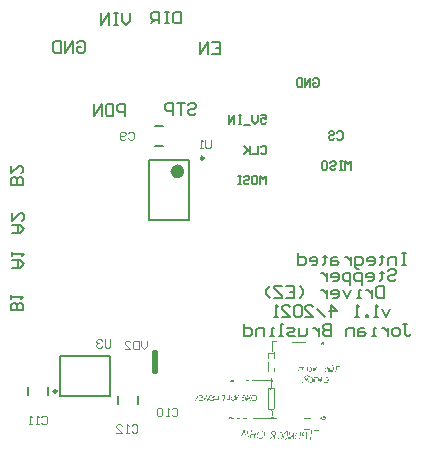
<source format=gbo>
G04 Layer_Color=13813960*
%FSLAX24Y24*%
%MOIN*%
G70*
G01*
G75*
%ADD18C,0.0100*%
%ADD20C,0.0098*%
%ADD39C,0.0079*%
%ADD40C,0.0039*%
%ADD43C,0.0059*%
%ADD66C,0.0236*%
G36*
X19214Y11544D02*
Y11539D01*
X19208Y11528D01*
Y11517D01*
Y11506D01*
Y11489D01*
Y11484D01*
Y11473D01*
Y11462D01*
Y11457D01*
Y11451D01*
Y11446D01*
Y11429D01*
Y11424D01*
Y11418D01*
Y11407D01*
X19214Y11402D01*
Y11407D01*
X19225Y11413D01*
X19230Y11418D01*
Y11429D01*
X19236Y11440D01*
X19252Y11462D01*
Y11468D01*
X19257Y11473D01*
Y11479D01*
X19263Y11489D01*
Y11495D01*
X19268Y11506D01*
Y11511D01*
X19279Y11528D01*
X19285Y11533D01*
Y11528D01*
X19290Y11522D01*
Y11517D01*
Y11506D01*
X19285Y11500D01*
X19279Y11489D01*
X19268Y11457D01*
X19263Y11451D01*
X19252Y11424D01*
Y11418D01*
X19247Y11413D01*
X19241Y11402D01*
X19236Y11397D01*
X19230D01*
X19225Y11391D01*
X19219Y11380D01*
X19214Y11375D01*
X19208Y11369D01*
X19203Y11375D01*
Y11380D01*
X19197Y11391D01*
X19192Y11413D01*
Y11451D01*
Y11457D01*
Y11462D01*
Y11489D01*
Y11517D01*
X19197Y11539D01*
Y11544D01*
X19203Y11550D01*
X19208D01*
X19214Y11544D01*
D02*
G37*
G36*
X20526Y11539D02*
X20553D01*
X20559Y11533D01*
X20570Y11522D01*
X20575Y11511D01*
Y11506D01*
X20586Y11484D01*
Y11473D01*
X20592Y11457D01*
Y11435D01*
Y11429D01*
X20586Y11418D01*
X20575Y11380D01*
X20564Y11369D01*
X20548Y11364D01*
X20526Y11358D01*
X20482D01*
X20466Y11364D01*
X20460Y11369D01*
X20455D01*
X20450Y11375D01*
Y11380D01*
X20455Y11386D01*
X20460D01*
X20477Y11380D01*
X20482D01*
X20493Y11375D01*
X20532D01*
X20537Y11380D01*
X20542D01*
X20553Y11386D01*
X20559Y11391D01*
X20564Y11402D01*
Y11413D01*
X20570Y11418D01*
X20575Y11440D01*
Y11446D01*
Y11451D01*
Y11462D01*
X20570Y11468D01*
X20564Y11473D01*
Y11484D01*
Y11489D01*
X20559Y11500D01*
X20548Y11511D01*
X20526Y11517D01*
X20521D01*
X20510Y11522D01*
X20499Y11528D01*
Y11533D01*
Y11539D01*
X20504Y11544D01*
X20521D01*
X20526Y11539D01*
D02*
G37*
G36*
X20920Y11544D02*
X20936Y11533D01*
X20942D01*
X20947Y11528D01*
X20953Y11517D01*
X20958Y11506D01*
X20969Y11495D01*
Y11489D01*
X20974Y11479D01*
Y11457D01*
X20969Y11424D01*
Y11418D01*
X20964Y11397D01*
X20953Y11380D01*
X20942Y11369D01*
X20936D01*
X20931Y11364D01*
X20909Y11353D01*
X20903D01*
X20892Y11347D01*
X20871D01*
X20849Y11353D01*
X20843Y11358D01*
X20827D01*
X20816Y11364D01*
X20810Y11369D01*
X20799D01*
X20794Y11380D01*
X20789Y11397D01*
X20783Y11402D01*
X20778Y11418D01*
X20772Y11440D01*
X20778Y11468D01*
X20783Y11473D01*
X20789Y11484D01*
Y11495D01*
X20794Y11500D01*
X20805Y11517D01*
Y11522D01*
X20816Y11533D01*
X20827Y11539D01*
X20838Y11544D01*
X20854Y11550D01*
X20903D01*
X20920Y11544D01*
D02*
G37*
G36*
X18995Y11506D02*
X19001D01*
X19006Y11500D01*
X19011Y11489D01*
Y11484D01*
X19001Y11473D01*
X18940Y11397D01*
X18935Y11386D01*
X18929Y11369D01*
X18935Y11364D01*
X18940Y11358D01*
X18968D01*
X18990Y11364D01*
X19011D01*
Y11358D01*
X19006Y11353D01*
X18995Y11347D01*
X18984D01*
X18951Y11342D01*
X18940D01*
X18918Y11353D01*
X18913Y11364D01*
Y11380D01*
X18924Y11402D01*
X18946Y11435D01*
X18968Y11462D01*
X18973Y11468D01*
X18979Y11479D01*
Y11484D01*
X18973Y11489D01*
X18968D01*
X18962Y11495D01*
X18957Y11500D01*
X18962Y11506D01*
X18968Y11511D01*
X18979D01*
X18995Y11506D01*
D02*
G37*
G36*
X20663Y11539D02*
Y11533D01*
X20657Y11528D01*
X20652Y11506D01*
Y11495D01*
X20646Y11484D01*
X20641Y11479D01*
Y11468D01*
Y11451D01*
Y11446D01*
Y11435D01*
Y11424D01*
X20635Y11413D01*
X20630Y11407D01*
Y11402D01*
X20635Y11391D01*
X20641Y11386D01*
X20646Y11391D01*
X20652Y11397D01*
Y11402D01*
X20657Y11413D01*
X20674Y11429D01*
X20696Y11462D01*
X20701Y11468D01*
X20707Y11473D01*
X20717Y11484D01*
X20723Y11489D01*
X20728Y11495D01*
X20739Y11511D01*
X20745Y11517D01*
X20750Y11528D01*
X20761D01*
Y11517D01*
X20756Y11506D01*
X20750Y11500D01*
Y11473D01*
Y11462D01*
X20745Y11446D01*
Y11435D01*
Y11424D01*
Y11407D01*
Y11402D01*
X20750Y11397D01*
X20767Y11375D01*
X20772Y11369D01*
Y11364D01*
X20767Y11353D01*
X20761D01*
X20756Y11347D01*
X20750Y11353D01*
X20739Y11358D01*
Y11364D01*
X20734Y11369D01*
X20728Y11386D01*
Y11407D01*
Y11413D01*
Y11424D01*
X20723Y11440D01*
X20712D01*
X20701Y11429D01*
X20679Y11407D01*
X20663Y11386D01*
X20641Y11364D01*
X20635Y11358D01*
X20630Y11353D01*
X20624Y11347D01*
X20619D01*
X20614Y11353D01*
X20608Y11369D01*
Y11375D01*
Y11380D01*
Y11397D01*
Y11407D01*
Y11429D01*
Y11435D01*
Y11440D01*
X20614Y11451D01*
X20619Y11457D01*
Y11468D01*
X20624Y11489D01*
Y11495D01*
X20630Y11517D01*
X20635Y11533D01*
X20641Y11544D01*
X20663D01*
Y11539D01*
D02*
G37*
G36*
X18601Y11402D02*
Y11391D01*
X18590D01*
X18585Y11397D01*
Y11402D01*
Y11407D01*
X18601Y11402D01*
D02*
G37*
G36*
X20526Y11462D02*
X20537D01*
X20548Y11457D01*
X20553Y11446D01*
X20548Y11440D01*
X20537Y11429D01*
X20521D01*
X20515Y11435D01*
X20510Y11440D01*
X20493Y11446D01*
X20488D01*
X20482Y11457D01*
Y11462D01*
X20488Y11468D01*
X20510D01*
X20526Y11462D01*
D02*
G37*
G36*
X19148Y11522D02*
X19154Y11517D01*
X19159Y11506D01*
X19165Y11495D01*
Y11489D01*
X19170Y11484D01*
X19175Y11468D01*
X19181Y11446D01*
Y11440D01*
Y11429D01*
X19175Y11391D01*
X19170Y11375D01*
X19165Y11369D01*
X19154Y11364D01*
X19143Y11358D01*
X19132Y11353D01*
X19126D01*
X19115Y11347D01*
X19077D01*
X19066Y11353D01*
X19050Y11358D01*
X19044Y11364D01*
X19039Y11369D01*
Y11375D01*
Y11380D01*
X19044Y11375D01*
X19050D01*
X19066Y11369D01*
X19077D01*
X19099Y11364D01*
X19115D01*
X19121Y11369D01*
X19132D01*
X19137Y11375D01*
X19148Y11386D01*
X19159Y11407D01*
X19170Y11424D01*
X19159Y11435D01*
X19154Y11440D01*
X19148Y11446D01*
X19099Y11457D01*
X19093D01*
X19088Y11462D01*
X19083Y11468D01*
Y11473D01*
X19088Y11479D01*
X19099D01*
X19104Y11473D01*
X19132Y11468D01*
X19148D01*
X19154Y11473D01*
X19148Y11479D01*
X19143Y11489D01*
X19137Y11495D01*
X19132Y11506D01*
X19126Y11511D01*
X19028D01*
Y11517D01*
X19033Y11522D01*
X19050Y11528D01*
X19083Y11533D01*
X19132D01*
X19148Y11522D01*
D02*
G37*
G36*
X20367Y11550D02*
X20373Y11544D01*
X20367Y11539D01*
X20362Y11522D01*
X20357Y11517D01*
X20351Y11511D01*
X20346Y11500D01*
X20340Y11495D01*
X20335Y11484D01*
X20329Y11479D01*
Y11468D01*
Y11462D01*
X20324Y11457D01*
X20318D01*
Y11446D01*
Y11440D01*
X20313Y11429D01*
X20307Y11424D01*
Y11418D01*
X20285Y11380D01*
X20275Y11364D01*
X20269D01*
X20264Y11358D01*
X20258Y11364D01*
X20253Y11369D01*
Y11375D01*
X20247Y11391D01*
X20242Y11407D01*
Y11413D01*
X20236Y11424D01*
X20231Y11413D01*
Y11402D01*
Y11391D01*
X20225Y11380D01*
X20214Y11369D01*
X20209Y11364D01*
X20193Y11353D01*
X20171D01*
X20165Y11358D01*
X20149D01*
X20138Y11364D01*
X20132Y11369D01*
X20127D01*
X20116Y11375D01*
X20110Y11380D01*
X20105Y11391D01*
Y11397D01*
X20100Y11402D01*
X20094Y11413D01*
Y11429D01*
X20100Y11457D01*
X20105Y11462D01*
X20110Y11484D01*
X20127Y11500D01*
X20149Y11522D01*
X20154Y11528D01*
X20165Y11533D01*
X20176D01*
X20198Y11522D01*
X20203Y11517D01*
X20214Y11511D01*
X20225Y11495D01*
X20231Y11479D01*
Y11473D01*
X20236Y11468D01*
X20242Y11473D01*
Y11479D01*
Y11484D01*
Y11506D01*
Y11511D01*
X20236Y11517D01*
Y11522D01*
Y11528D01*
Y11544D01*
Y11550D01*
X20247Y11555D01*
X20253D01*
Y11517D01*
Y11511D01*
Y11506D01*
X20258Y11479D01*
X20264Y11435D01*
Y11429D01*
X20269Y11413D01*
Y11402D01*
X20275D01*
Y11407D01*
X20291Y11446D01*
Y11451D01*
X20296D01*
X20302Y11457D01*
X20307Y11468D01*
Y11473D01*
X20313Y11479D01*
Y11484D01*
X20318Y11489D01*
X20329Y11517D01*
Y11522D01*
X20335Y11528D01*
X20346Y11550D01*
X20351Y11555D01*
X20357D01*
X20367Y11550D01*
D02*
G37*
G36*
X19711Y11539D02*
Y11522D01*
Y11517D01*
X19706Y11506D01*
X19700Y11495D01*
Y11479D01*
Y11446D01*
Y11435D01*
Y11418D01*
Y11397D01*
X19695Y11386D01*
X19689Y11369D01*
X19684Y11364D01*
X19673D01*
X19657Y11369D01*
X19651D01*
X19640Y11375D01*
X19624Y11380D01*
X19597D01*
X19586Y11386D01*
X19569D01*
X19558Y11391D01*
X19553D01*
X19542Y11397D01*
X19531Y11391D01*
X19525Y11380D01*
Y11369D01*
X19514Y11358D01*
X19432D01*
X19422Y11364D01*
X19416Y11369D01*
X19411D01*
X19405Y11364D01*
Y11358D01*
X19400Y11353D01*
X19394D01*
Y11364D01*
Y11369D01*
Y11380D01*
X19389Y11391D01*
X19383D01*
X19378Y11386D01*
X19367D01*
X19361Y11391D01*
X19350D01*
X19345Y11386D01*
X19340Y11380D01*
X19329Y11369D01*
X19323Y11364D01*
Y11358D01*
X19318Y11353D01*
Y11342D01*
X19312Y11336D01*
X19307D01*
X19301Y11342D01*
Y11353D01*
X19307Y11364D01*
Y11369D01*
X19312Y11380D01*
Y11397D01*
X19307Y11407D01*
X19301Y11413D01*
X19307Y11418D01*
X19329D01*
X19334Y11424D01*
X19340Y11435D01*
X19345Y11446D01*
Y11451D01*
X19356Y11468D01*
X19361Y11484D01*
X19367Y11495D01*
Y11500D01*
Y11511D01*
X19378Y11522D01*
X19389Y11528D01*
X19394D01*
X19400Y11522D01*
Y11511D01*
X19394Y11506D01*
Y11484D01*
Y11479D01*
Y11468D01*
Y11462D01*
X19400Y11446D01*
X19405Y11380D01*
X19432D01*
X19460Y11375D01*
X19498D01*
X19504Y11380D01*
X19509Y11386D01*
Y11391D01*
X19514Y11397D01*
X19520Y11424D01*
Y11429D01*
X19514Y11435D01*
Y11440D01*
X19509Y11446D01*
X19493D01*
X19487Y11451D01*
X19476Y11457D01*
X19471Y11462D01*
Y11468D01*
Y11473D01*
Y11479D01*
X19482D01*
X19493Y11473D01*
X19504Y11468D01*
X19520D01*
X19525Y11473D01*
Y11479D01*
X19520Y11484D01*
X19514Y11489D01*
X19509Y11495D01*
X19498Y11500D01*
X19482D01*
X19476Y11506D01*
X19465Y11511D01*
X19460Y11517D01*
X19432D01*
X19427Y11522D01*
Y11528D01*
X19432Y11533D01*
X19454D01*
X19465Y11528D01*
X19476Y11522D01*
X19482D01*
X19493Y11517D01*
X19509D01*
X19531Y11522D01*
X19553Y11495D01*
Y11489D01*
X19547Y11484D01*
X19542Y11479D01*
X19536Y11468D01*
Y11446D01*
Y11440D01*
Y11429D01*
Y11418D01*
X19542Y11407D01*
X19547D01*
X19564Y11402D01*
X19629Y11397D01*
X19673D01*
X19679Y11402D01*
Y11407D01*
Y11424D01*
Y11435D01*
X19684Y11457D01*
Y11484D01*
Y11495D01*
Y11511D01*
X19689Y11533D01*
X19695Y11544D01*
X19711D01*
Y11539D01*
D02*
G37*
G36*
X20067Y11533D02*
Y11511D01*
Y11489D01*
Y11468D01*
Y11462D01*
Y11457D01*
Y11429D01*
Y11402D01*
X20061Y11380D01*
X20056Y11375D01*
X20050Y11369D01*
X20039D01*
X20034Y11375D01*
X20023Y11380D01*
X20018D01*
X19996Y11386D01*
X19990D01*
X19985Y11391D01*
X19957Y11402D01*
X19952D01*
X19941Y11407D01*
X19936D01*
Y11413D01*
X19941Y11418D01*
X19979D01*
X20001Y11413D01*
X20007D01*
X20018Y11407D01*
X20023D01*
X20028Y11402D01*
X20034D01*
X20039Y11413D01*
X20045Y11424D01*
Y11440D01*
Y11446D01*
Y11457D01*
Y11468D01*
X20050Y11479D01*
Y11484D01*
Y11495D01*
Y11522D01*
Y11528D01*
X20045Y11533D01*
Y11544D01*
X20050Y11550D01*
X20067D01*
Y11533D01*
D02*
G37*
G36*
X22423Y10292D02*
Y10287D01*
X22429Y10276D01*
Y10254D01*
Y10248D01*
Y10237D01*
Y10221D01*
Y10210D01*
Y10204D01*
X22418Y10177D01*
X22413Y10172D01*
Y10155D01*
Y10150D01*
X22407Y10128D01*
X22402Y10112D01*
X22396Y10101D01*
X22385Y10079D01*
X22380D01*
X22374Y10073D01*
X22369Y10068D01*
X22358Y10062D01*
X22303D01*
X22287Y10068D01*
X22270Y10073D01*
X22265Y10079D01*
X22248Y10095D01*
X22232Y10106D01*
Y10150D01*
Y10155D01*
Y10172D01*
Y10188D01*
X22238Y10194D01*
Y10199D01*
X22243Y10210D01*
Y10215D01*
X22248Y10221D01*
X22254Y10226D01*
Y10232D01*
X22259Y10243D01*
X22265Y10254D01*
X22281Y10276D01*
Y10281D01*
X22309D01*
Y10276D01*
X22298Y10265D01*
X22281Y10237D01*
X22270Y10221D01*
X22265Y10215D01*
X22254Y10199D01*
X22248Y10172D01*
X22243Y10144D01*
Y10139D01*
X22248Y10128D01*
X22254Y10112D01*
X22270Y10101D01*
X22276Y10095D01*
X22281Y10090D01*
X22298D01*
X22309Y10084D01*
X22314D01*
X22336Y10079D01*
X22358Y10084D01*
X22369Y10095D01*
X22380Y10106D01*
X22385Y10117D01*
X22391Y10139D01*
X22396Y10177D01*
X22402Y10232D01*
Y10292D01*
X22413Y10297D01*
X22418D01*
X22423Y10292D01*
D02*
G37*
G36*
X21155Y10352D02*
X21166Y10347D01*
X21177Y10341D01*
X21193Y10325D01*
X21199D01*
X21204Y10314D01*
X21215Y10308D01*
X21221Y10297D01*
X21226Y10287D01*
Y10276D01*
Y10259D01*
Y10237D01*
Y10232D01*
Y10221D01*
Y10204D01*
Y10194D01*
X21215Y10177D01*
Y10166D01*
X21210Y10155D01*
X21199Y10139D01*
X21193Y10133D01*
X21182Y10128D01*
X21155Y10106D01*
X21138Y10101D01*
X21133Y10095D01*
X21128D01*
X21111Y10090D01*
X21100D01*
X21078Y10084D01*
X21051D01*
X21040Y10090D01*
X21035Y10095D01*
X21024D01*
X21018Y10101D01*
X21007D01*
X20996Y10112D01*
X20991D01*
X20980Y10117D01*
X20974Y10128D01*
X20958Y10144D01*
Y10177D01*
Y10183D01*
Y10194D01*
Y10210D01*
X20964Y10226D01*
X20969Y10243D01*
Y10248D01*
X20974Y10259D01*
X20980Y10265D01*
X20985Y10276D01*
Y10281D01*
X20991Y10292D01*
X20996Y10308D01*
Y10314D01*
X21007Y10319D01*
X21013Y10325D01*
X21018Y10336D01*
X21029D01*
Y10341D01*
X21040D01*
X21046Y10347D01*
X21062D01*
X21067Y10352D01*
X21084D01*
X21106Y10358D01*
X21138D01*
X21155Y10352D01*
D02*
G37*
G36*
X22522Y10303D02*
Y10292D01*
X22516Y10287D01*
X22511Y10276D01*
X22505Y10265D01*
Y10259D01*
Y10243D01*
X22500Y10232D01*
X22495Y10221D01*
X22489Y10210D01*
X22495Y10204D01*
X22500Y10199D01*
X22522Y10194D01*
X22533D01*
X22544Y10188D01*
X22560D01*
X22593Y10183D01*
X22604D01*
X22609Y10188D01*
Y10199D01*
Y10215D01*
Y10237D01*
Y10297D01*
X22631D01*
X22642Y10292D01*
X22637Y10276D01*
Y10265D01*
Y10254D01*
Y10237D01*
Y10232D01*
X22631Y10221D01*
Y10194D01*
X22626Y10183D01*
Y10172D01*
Y10155D01*
Y10150D01*
Y10139D01*
X22620Y10112D01*
X22609Y10090D01*
Y10084D01*
X22604Y10068D01*
X22598Y10062D01*
X22593D01*
X22587Y10068D01*
Y10073D01*
Y10079D01*
Y10090D01*
X22593Y10101D01*
Y10106D01*
X22598Y10112D01*
X22604Y10139D01*
Y10144D01*
X22598Y10150D01*
X22593Y10161D01*
X22577D01*
X22571Y10166D01*
X22566D01*
X22555Y10172D01*
X22505D01*
X22500Y10177D01*
X22495Y10183D01*
X22489Y10177D01*
X22484Y10166D01*
X22478Y10161D01*
Y10150D01*
Y10144D01*
X22473Y10133D01*
X22467Y10128D01*
Y10117D01*
Y10112D01*
X22462Y10106D01*
X22456Y10101D01*
Y10084D01*
X22451Y10079D01*
X22429D01*
X22451Y10122D01*
Y10128D01*
X22456Y10139D01*
Y10144D01*
X22462Y10155D01*
Y10161D01*
X22467Y10177D01*
Y10183D01*
X22462Y10188D01*
X22456Y10194D01*
X22445D01*
X22440Y10199D01*
X22434D01*
X22440Y10204D01*
X22467D01*
X22473Y10210D01*
X22478Y10226D01*
Y10232D01*
X22484Y10254D01*
Y10259D01*
Y10265D01*
X22489Y10281D01*
Y10287D01*
Y10292D01*
X22500Y10303D01*
X22505Y10308D01*
X22522D01*
Y10303D01*
D02*
G37*
G36*
X21991Y10336D02*
X21997Y10330D01*
X22002Y10325D01*
X22008Y10303D01*
X22002Y10292D01*
X21997Y10276D01*
X21991Y10270D01*
Y10243D01*
Y10237D01*
Y10232D01*
X21986Y10210D01*
X21981Y10177D01*
Y10166D01*
X21975Y10155D01*
X21970Y10150D01*
Y10144D01*
Y10128D01*
Y10122D01*
Y10117D01*
Y10106D01*
X21964Y10101D01*
X21959D01*
Y10095D01*
X21953Y10084D01*
X21948Y10079D01*
Y10051D01*
Y10046D01*
X21942Y10040D01*
Y10035D01*
X21937Y10040D01*
X21926Y10051D01*
X21909Y10057D01*
X21904D01*
X21899Y10062D01*
X21877Y10073D01*
X21855Y10095D01*
X21844Y10117D01*
Y10122D01*
Y10128D01*
X21849Y10155D01*
Y10161D01*
Y10166D01*
Y10177D01*
X21855Y10183D01*
Y10188D01*
X21860Y10199D01*
Y10204D01*
X21866Y10221D01*
Y10226D01*
Y10232D01*
X21871Y10243D01*
Y10248D01*
X21877Y10259D01*
Y10265D01*
X21882Y10281D01*
Y10292D01*
X21893Y10303D01*
X21904Y10319D01*
X21909Y10325D01*
X21920Y10330D01*
X21937Y10341D01*
X21975D01*
X21991Y10336D01*
D02*
G37*
G36*
X22057Y10319D02*
Y10314D01*
X22063Y10303D01*
X22057Y10297D01*
Y10287D01*
Y10265D01*
Y10259D01*
Y10248D01*
X22052Y10221D01*
X22046Y10215D01*
Y10194D01*
Y10183D01*
X22041Y10166D01*
X22035Y10161D01*
Y10133D01*
Y10122D01*
X22030Y10106D01*
Y10101D01*
X22024Y10095D01*
Y10090D01*
X22030Y10084D01*
X22035D01*
X22041Y10090D01*
X22057Y10101D01*
X22074Y10112D01*
X22079Y10117D01*
X22084Y10128D01*
X22106Y10155D01*
X22177Y10243D01*
Y10248D01*
Y10259D01*
Y10265D01*
X22183Y10270D01*
X22188Y10276D01*
X22194Y10287D01*
Y10292D01*
X22205Y10297D01*
X22216D01*
X22221Y10292D01*
X22216Y10281D01*
X22205Y10259D01*
X22194Y10226D01*
Y10122D01*
Y10117D01*
X22199Y10106D01*
Y10101D01*
X22205Y10084D01*
X22199Y10073D01*
X22188Y10062D01*
X22183D01*
X22177Y10068D01*
Y10079D01*
Y10084D01*
Y10090D01*
X22172Y10112D01*
Y10122D01*
Y10139D01*
Y10161D01*
Y10172D01*
Y10188D01*
X22166Y10199D01*
X22161Y10194D01*
Y10188D01*
X22156Y10183D01*
X22139Y10161D01*
X22112Y10122D01*
X22079Y10090D01*
X22074Y10084D01*
X22068Y10079D01*
X22057Y10073D01*
X22052D01*
X22046Y10068D01*
X22024Y10062D01*
X22019Y10068D01*
X22013Y10079D01*
X22008Y10090D01*
Y10095D01*
Y10101D01*
Y10117D01*
X22013Y10128D01*
Y10133D01*
X22019Y10139D01*
X22024Y10161D01*
Y10166D01*
X22030Y10183D01*
Y10188D01*
Y10194D01*
X22035Y10221D01*
Y10226D01*
Y10232D01*
Y10243D01*
X22041Y10248D01*
Y10259D01*
X22046Y10270D01*
Y10287D01*
Y10297D01*
Y10314D01*
X22052Y10325D01*
X22057Y10319D01*
D02*
G37*
G36*
X21560Y10347D02*
X21565D01*
X21576Y10336D01*
X21592Y10325D01*
X21603Y10308D01*
Y10303D01*
Y10297D01*
Y10270D01*
X21598Y10259D01*
X21592Y10237D01*
Y10232D01*
X21581Y10215D01*
X21576Y10204D01*
Y10188D01*
Y10166D01*
Y10161D01*
Y10150D01*
Y10139D01*
X21570Y10128D01*
X21565Y10122D01*
Y10117D01*
Y10101D01*
Y10095D01*
X21560Y10090D01*
X21549Y10084D01*
X21543Y10090D01*
X21538Y10101D01*
X21543Y10117D01*
Y10122D01*
Y10133D01*
X21549Y10155D01*
Y10161D01*
Y10172D01*
Y10188D01*
X21554Y10194D01*
Y10204D01*
X21560Y10215D01*
Y10232D01*
Y10237D01*
Y10248D01*
X21565Y10259D01*
X21570Y10270D01*
Y10276D01*
Y10281D01*
Y10303D01*
Y10308D01*
X21560Y10314D01*
X21554Y10325D01*
X21538Y10330D01*
X21505D01*
X21488Y10319D01*
X21477Y10303D01*
Y10281D01*
Y10254D01*
X21494Y10237D01*
X21505Y10232D01*
X21510Y10226D01*
X21521Y10221D01*
X21527D01*
Y10215D01*
X21532Y10204D01*
Y10199D01*
X21538Y10183D01*
X21527Y10172D01*
X21521Y10166D01*
X21510Y10144D01*
X21505D01*
X21499Y10139D01*
X21488Y10133D01*
X21483D01*
Y10128D01*
X21477Y10122D01*
X21467Y10117D01*
X21456Y10112D01*
X21450D01*
X21445Y10106D01*
X21434Y10101D01*
X21428Y10095D01*
X21423D01*
X21401Y10090D01*
X21395D01*
X21385Y10084D01*
X21374Y10079D01*
X21368Y10073D01*
X21363Y10079D01*
X21368Y10084D01*
X21374Y10090D01*
X21379D01*
X21385Y10095D01*
X21417Y10112D01*
X21445Y10128D01*
X21483Y10155D01*
X21488Y10161D01*
X21499Y10177D01*
X21510Y10194D01*
X21505Y10199D01*
X21499Y10210D01*
X21494Y10215D01*
X21477Y10226D01*
X21472D01*
X21467Y10232D01*
X21461Y10237D01*
Y10243D01*
Y10248D01*
X21456Y10259D01*
X21450Y10265D01*
Y10287D01*
Y10292D01*
Y10297D01*
X21456Y10308D01*
Y10314D01*
X21461Y10319D01*
Y10325D01*
X21467Y10330D01*
X21477Y10341D01*
X21499Y10352D01*
X21505D01*
X21521Y10358D01*
X21538D01*
X21560Y10347D01*
D02*
G37*
G36*
X21817Y10297D02*
Y10292D01*
Y10287D01*
X21789D01*
X21778Y10292D01*
X21767D01*
X21740Y10297D01*
X21702D01*
X21685Y10303D01*
X21680D01*
X21685Y10308D01*
X21800D01*
X21817Y10297D01*
D02*
G37*
G36*
X22746Y10390D02*
X22762D01*
X22779Y10385D01*
X22850D01*
X22872Y10379D01*
X22894D01*
X22910Y10374D01*
X23036D01*
X23041Y10369D01*
X23047Y10352D01*
Y10347D01*
X23041Y10341D01*
X23019D01*
X23009Y10330D01*
X22998D01*
X22987Y10341D01*
X22981D01*
X22976Y10347D01*
X22959Y10352D01*
X22910D01*
X22888Y10358D01*
X22872Y10363D01*
X22850Y10369D01*
X22845D01*
X22828Y10374D01*
X22812Y10369D01*
X22806Y10363D01*
X22801Y10352D01*
X22795Y10330D01*
X22790Y10319D01*
Y10297D01*
Y10265D01*
Y10254D01*
X22784Y10237D01*
Y10215D01*
X22779Y10199D01*
X22773Y10150D01*
Y10073D01*
Y10068D01*
X22768Y10062D01*
X22757Y10057D01*
X22752Y10051D01*
X22746Y10057D01*
X22741Y10062D01*
Y10068D01*
Y10073D01*
Y10084D01*
X22746Y10095D01*
Y10117D01*
Y10122D01*
Y10133D01*
Y10150D01*
X22752Y10161D01*
Y10166D01*
Y10177D01*
X22757Y10194D01*
Y10221D01*
Y10232D01*
Y10248D01*
X22762Y10270D01*
X22768Y10292D01*
Y10297D01*
Y10308D01*
X22773Y10347D01*
Y10374D01*
X22702D01*
X22686Y10379D01*
X22659D01*
X22637Y10385D01*
X22511D01*
Y10390D01*
X22516D01*
X22533Y10396D01*
X22730D01*
X22746Y10390D01*
D02*
G37*
G36*
X20674Y10385D02*
Y10379D01*
X20679Y10369D01*
Y10363D01*
X20674Y10347D01*
Y10308D01*
Y10287D01*
Y10254D01*
Y10248D01*
Y10243D01*
Y10210D01*
X20679Y10183D01*
Y10166D01*
X20685Y10161D01*
Y10155D01*
Y10139D01*
X20679Y10133D01*
X20674Y10128D01*
X20668Y10133D01*
X20663Y10144D01*
Y10155D01*
X20657Y10281D01*
Y10287D01*
Y10292D01*
X20652D01*
Y10281D01*
X20646Y10276D01*
Y10270D01*
X20608Y10210D01*
X20603Y10204D01*
X20586Y10199D01*
X20581Y10204D01*
X20575Y10215D01*
Y10221D01*
X20570Y10237D01*
Y10243D01*
X20564Y10248D01*
Y10259D01*
Y10265D01*
X20559Y10281D01*
X20548Y10308D01*
Y10314D01*
X20542Y10325D01*
X20532Y10330D01*
X20526Y10319D01*
Y10314D01*
Y10303D01*
X20521D01*
Y10292D01*
X20515Y10287D01*
X20504Y10270D01*
X20499Y10254D01*
Y10248D01*
X20493Y10232D01*
X20488Y10226D01*
Y10215D01*
Y10210D01*
X20477Y10194D01*
X20439Y10133D01*
Y10128D01*
X20433Y10122D01*
X20428D01*
X20422Y10128D01*
X20428Y10144D01*
Y10150D01*
X20433Y10155D01*
X20439Y10161D01*
Y10166D01*
X20444Y10177D01*
X20482Y10259D01*
Y10265D01*
Y10270D01*
X20488Y10281D01*
Y10287D01*
X20493Y10297D01*
Y10303D01*
X20499Y10314D01*
Y10319D01*
X20510Y10330D01*
Y10336D01*
X20515Y10347D01*
Y10352D01*
Y10363D01*
X20521Y10374D01*
X20532Y10379D01*
X20542D01*
X20548Y10374D01*
X20553Y10363D01*
Y10352D01*
X20559Y10336D01*
Y10330D01*
X20564Y10325D01*
X20575Y10276D01*
Y10265D01*
X20586Y10243D01*
X20592Y10232D01*
X20597Y10237D01*
X20603Y10243D01*
X20608Y10248D01*
X20619Y10259D01*
X20624Y10270D01*
X20641Y10319D01*
X20646Y10330D01*
X20652Y10352D01*
Y10358D01*
Y10374D01*
X20663Y10385D01*
X20668Y10390D01*
X20674Y10385D01*
D02*
G37*
G36*
X20805Y10363D02*
Y10352D01*
X20794Y10336D01*
X20789Y10330D01*
X20783Y10308D01*
Y10303D01*
Y10287D01*
X20778Y10281D01*
Y10265D01*
Y10243D01*
X20898Y10254D01*
X20903D01*
X20909Y10259D01*
Y10265D01*
X20914Y10276D01*
Y10281D01*
X20920Y10292D01*
Y10314D01*
Y10341D01*
X20947D01*
Y10319D01*
Y10314D01*
Y10308D01*
Y10297D01*
Y10292D01*
X20942Y10287D01*
X20936Y10270D01*
X20931Y10259D01*
X20925Y10243D01*
X20920Y10237D01*
Y10226D01*
Y10221D01*
X20914Y10210D01*
X20909Y10204D01*
Y10199D01*
Y10183D01*
Y10172D01*
Y10161D01*
X20903D01*
Y10155D01*
X20898Y10144D01*
Y10139D01*
Y10128D01*
X20892Y10112D01*
X20881Y10106D01*
X20871D01*
X20865Y10112D01*
X20871Y10122D01*
Y10128D01*
X20876Y10139D01*
X20881Y10166D01*
Y10172D01*
Y10183D01*
Y10194D01*
X20887Y10204D01*
Y10210D01*
Y10215D01*
X20876Y10221D01*
X20860D01*
X20832Y10226D01*
X20827D01*
X20805Y10232D01*
X20778D01*
X20772Y10226D01*
Y10215D01*
Y10199D01*
Y10194D01*
Y10188D01*
Y10177D01*
X20767Y10172D01*
X20761D01*
Y10166D01*
Y10155D01*
Y10150D01*
X20756Y10133D01*
X20750Y10122D01*
X20745D01*
X20739Y10117D01*
X20734Y10122D01*
Y10133D01*
X20739Y10150D01*
Y10155D01*
X20745Y10172D01*
X20750Y10204D01*
Y10210D01*
Y10221D01*
X20756Y10248D01*
Y10254D01*
Y10259D01*
X20761Y10292D01*
Y10297D01*
Y10308D01*
X20767Y10325D01*
X20772Y10336D01*
X20778Y10363D01*
X20783Y10369D01*
X20794Y10374D01*
X20799D01*
X20805Y10363D01*
D02*
G37*
G36*
X21844Y10270D02*
Y10254D01*
X21838Y10248D01*
Y10226D01*
Y10215D01*
X21833Y10199D01*
X21827Y10194D01*
Y10177D01*
X21822Y10166D01*
Y10150D01*
X21817Y10144D01*
Y10139D01*
Y10122D01*
X21811Y10112D01*
X21806Y10095D01*
X21800Y10084D01*
Y10079D01*
X21795Y10073D01*
X21784Y10068D01*
X21756Y10062D01*
X21745D01*
X21729Y10068D01*
X21696Y10073D01*
X21669Y10084D01*
Y10090D01*
Y10095D01*
X21696D01*
X21713Y10090D01*
X21718D01*
X21729Y10084D01*
X21751D01*
X21773Y10090D01*
X21784Y10106D01*
X21789Y10133D01*
Y10139D01*
X21795Y10144D01*
X21800Y10172D01*
Y10194D01*
X21773D01*
X21767Y10199D01*
X21756D01*
X21751Y10204D01*
X21740D01*
X21734Y10210D01*
X21729D01*
Y10215D01*
Y10221D01*
X21762D01*
X21773Y10215D01*
X21778D01*
X21789Y10210D01*
X21800Y10215D01*
X21811Y10221D01*
X21817Y10237D01*
Y10243D01*
X21822Y10248D01*
X21827Y10265D01*
Y10270D01*
X21833Y10276D01*
X21844D01*
Y10270D01*
D02*
G37*
G36*
X22746Y12151D02*
X22752D01*
X22762Y12146D01*
X22768D01*
X22779Y12140D01*
X22784D01*
X22795Y12135D01*
Y12140D01*
X22801Y12146D01*
Y12151D01*
Y12157D01*
X22845D01*
X22855Y12151D01*
X22872D01*
X22894Y12146D01*
X22927D01*
X22943Y12140D01*
X22954D01*
X22965Y12135D01*
X22992D01*
X22998Y12129D01*
X23003Y12124D01*
X22998Y12118D01*
X22981Y12113D01*
X22970D01*
X22959Y12118D01*
X22954Y12124D01*
X22910D01*
Y12096D01*
Y12091D01*
Y12080D01*
Y12064D01*
X22905Y12053D01*
X22899Y12047D01*
Y12036D01*
X22894Y12031D01*
X22888Y12014D01*
X22877Y11993D01*
X22872D01*
X22866Y11987D01*
X22855Y11982D01*
X22850D01*
X22861Y12014D01*
X22866Y12020D01*
X22877Y12031D01*
Y12036D01*
X22883Y12047D01*
Y12053D01*
Y12064D01*
X22888Y12085D01*
Y12091D01*
Y12107D01*
Y12118D01*
X22883Y12129D01*
X22877Y12135D01*
X22823D01*
X22817Y12129D01*
Y12124D01*
Y12118D01*
X22823Y12113D01*
Y12091D01*
Y12058D01*
X22828Y12053D01*
X22839Y12047D01*
X22845Y12042D01*
X22834Y12036D01*
X22828D01*
X22823Y12025D01*
Y12014D01*
Y12009D01*
Y12003D01*
Y11993D01*
X22817Y11987D01*
X22812Y11976D01*
X22806Y11965D01*
X22790Y11954D01*
X22752D01*
X22730Y11960D01*
X22724D01*
X22719Y11965D01*
X22708Y11971D01*
X22702Y11976D01*
X22680D01*
X22675Y11982D01*
X22670Y11987D01*
Y11998D01*
X22686D01*
X22691Y11993D01*
X22708D01*
X22724Y11982D01*
X22735Y11976D01*
X22768D01*
X22784Y11982D01*
X22790Y11998D01*
X22795Y12014D01*
X22801Y12031D01*
X22757Y12042D01*
X22752Y12047D01*
X22730D01*
X22724Y12053D01*
X22719Y12058D01*
X22724Y12069D01*
X22730Y12075D01*
X22735Y12069D01*
X22741Y12064D01*
X22746Y12058D01*
X22773D01*
X22790Y12053D01*
X22795Y12058D01*
X22801Y12069D01*
X22806Y12085D01*
Y12091D01*
X22801Y12107D01*
Y12113D01*
X22795Y12118D01*
X22784Y12124D01*
X22773D01*
X22757Y12129D01*
X22735Y12140D01*
X22730Y12146D01*
X22713D01*
X22708Y12151D01*
Y12157D01*
X22713Y12162D01*
X22735D01*
X22746Y12151D01*
D02*
G37*
G36*
X23216D02*
X23315D01*
X23326Y12135D01*
Y12129D01*
X23331Y12124D01*
X23337Y12113D01*
X23342Y12102D01*
Y12096D01*
X23348Y12091D01*
Y12085D01*
X23353Y12075D01*
Y12058D01*
Y12053D01*
Y12042D01*
Y12031D01*
X23348Y12020D01*
X23342Y12014D01*
Y11998D01*
X23337Y11993D01*
X23326Y11976D01*
X23309Y11949D01*
X23222D01*
X23211Y11954D01*
X23205Y11960D01*
X23173D01*
X23156Y11971D01*
X23145Y11976D01*
X23140Y11982D01*
X23134D01*
Y11987D01*
X23173D01*
X23178Y11982D01*
X23189D01*
X23211Y11976D01*
X23255Y11971D01*
X23276D01*
X23298Y11976D01*
X23315Y11993D01*
X23320Y11998D01*
X23326Y12009D01*
Y12020D01*
X23320Y12025D01*
X23304D01*
Y12031D01*
Y12036D01*
X23276D01*
X23266Y12042D01*
X23260Y12047D01*
X23233D01*
X23227Y12053D01*
X23233Y12058D01*
X23238Y12064D01*
X23244D01*
X23249Y12058D01*
X23266D01*
X23276Y12053D01*
X23287D01*
X23304Y12047D01*
X23326D01*
Y12053D01*
Y12069D01*
Y12075D01*
X23320Y12096D01*
X23304Y12113D01*
X23276Y12124D01*
X23266D01*
X23255Y12129D01*
X23249Y12135D01*
X23211D01*
X23200Y12140D01*
X23194Y12146D01*
Y12151D01*
X23200Y12157D01*
X23216Y12151D01*
D02*
G37*
G36*
X23528Y12430D02*
Y12424D01*
Y12414D01*
Y12397D01*
X23523Y12381D01*
X23517Y12370D01*
Y12348D01*
X23512Y12342D01*
X23506Y12332D01*
X23495Y12321D01*
X23484Y12326D01*
X23479Y12332D01*
X23457Y12353D01*
X23446Y12342D01*
X23441Y12337D01*
X23430Y12321D01*
X23413Y12304D01*
X23391Y12299D01*
X23386D01*
X23375Y12304D01*
X23369Y12315D01*
X23364Y12326D01*
Y12332D01*
Y12337D01*
Y12342D01*
X23358Y12332D01*
X23348Y12321D01*
X23337Y12315D01*
X23315Y12304D01*
X23309D01*
X23298Y12299D01*
X23282D01*
X23271Y12304D01*
X23255Y12310D01*
X23249Y12315D01*
X23244D01*
Y12321D01*
X23233D01*
Y12332D01*
X23222Y12353D01*
Y12359D01*
Y12370D01*
Y12386D01*
X23227Y12403D01*
Y12408D01*
X23233Y12419D01*
X23244Y12435D01*
X23255Y12446D01*
X23304Y12468D01*
X23309D01*
X23320Y12463D01*
X23331Y12452D01*
X23342Y12441D01*
X23353Y12419D01*
Y12414D01*
X23364Y12403D01*
X23369Y12397D01*
X23375D01*
Y12408D01*
Y12414D01*
X23380Y12424D01*
Y12430D01*
X23386Y12441D01*
Y12446D01*
X23391Y12452D01*
X23397Y12457D01*
X23408Y12463D01*
X23413Y12457D01*
X23419Y12452D01*
X23413Y12435D01*
X23397Y12408D01*
Y12403D01*
X23391Y12386D01*
X23386Y12348D01*
Y12342D01*
Y12337D01*
X23391Y12332D01*
X23397Y12326D01*
X23402D01*
X23419Y12332D01*
X23424Y12337D01*
X23430Y12353D01*
Y12359D01*
X23435Y12370D01*
X23446Y12381D01*
X23457Y12375D01*
X23468Y12370D01*
X23473D01*
X23479Y12364D01*
X23490Y12359D01*
X23495D01*
Y12370D01*
X23501Y12392D01*
Y12419D01*
Y12468D01*
X23528D01*
Y12430D01*
D02*
G37*
G36*
X22768Y12463D02*
X22773Y12457D01*
X22779Y12452D01*
X22790Y12441D01*
X22795Y12430D01*
Y12419D01*
X22801Y12408D01*
Y12386D01*
Y12381D01*
Y12375D01*
Y12364D01*
X22795Y12359D01*
X22784Y12342D01*
X22779Y12337D01*
X22768Y12332D01*
X22746Y12326D01*
X22724D01*
X22708Y12332D01*
X22702Y12337D01*
X22691Y12353D01*
Y12359D01*
X22686Y12364D01*
Y12375D01*
Y12386D01*
Y12414D01*
Y12419D01*
X22691Y12430D01*
X22702Y12446D01*
X22719Y12457D01*
X22724Y12463D01*
X22735Y12468D01*
X22752D01*
X22768Y12463D01*
D02*
G37*
G36*
X22664Y12457D02*
Y12446D01*
X22670Y12424D01*
Y12397D01*
Y12392D01*
Y12375D01*
X22664Y12359D01*
X22659Y12342D01*
X22653D01*
X22648Y12337D01*
X22626Y12332D01*
X22582D01*
X22566Y12337D01*
X22549Y12342D01*
X22544Y12348D01*
Y12353D01*
X22609D01*
X22626Y12359D01*
X22642Y12375D01*
Y12381D01*
X22648Y12397D01*
X22653Y12414D01*
X22648Y12435D01*
Y12441D01*
X22642Y12452D01*
Y12457D01*
X22648Y12463D01*
X22664D01*
Y12457D01*
D02*
G37*
G36*
X22834Y12517D02*
X22839Y12507D01*
X22845Y12496D01*
X22850Y12474D01*
Y12468D01*
Y12457D01*
Y12441D01*
X22855Y12430D01*
Y12424D01*
Y12403D01*
Y12397D01*
X22861Y12381D01*
X22872D01*
X22877Y12386D01*
X22888Y12403D01*
X22905Y12424D01*
Y12430D01*
X22910Y12435D01*
Y12441D01*
X22916D01*
Y12446D01*
X22921Y12452D01*
X22932Y12485D01*
X22937Y12490D01*
X22943Y12485D01*
X22948Y12479D01*
X22959Y12474D01*
X22927Y12424D01*
X22921Y12419D01*
Y12414D01*
X22899Y12364D01*
Y12359D01*
X22888Y12353D01*
X22883D01*
X22877Y12348D01*
Y12337D01*
X22872Y12332D01*
X22855D01*
X22850Y12337D01*
X22845Y12348D01*
X22839Y12359D01*
Y12375D01*
X22834Y12386D01*
Y12403D01*
Y12424D01*
Y12430D01*
Y12446D01*
Y12463D01*
X22828Y12474D01*
X22823Y12479D01*
Y12501D01*
Y12507D01*
Y12512D01*
Y12523D01*
X22828D01*
X22834Y12517D01*
D02*
G37*
G36*
X22456Y12474D02*
X22462D01*
X22489Y12468D01*
X22500D01*
X22516Y12463D01*
X22522D01*
X22533Y12457D01*
X22549D01*
X22560Y12452D01*
X22566Y12446D01*
Y12441D01*
X22560Y12435D01*
X22549Y12430D01*
X22538D01*
X22527Y12435D01*
X22505D01*
X22495Y12424D01*
Y12408D01*
X22489Y12386D01*
Y12381D01*
X22484Y12375D01*
Y12364D01*
Y12359D01*
X22478Y12342D01*
X22473Y12337D01*
X22462D01*
X22445Y12332D01*
X22429D01*
X22396Y12342D01*
X22380D01*
X22369Y12337D01*
X22336D01*
X22320Y12342D01*
X22314Y12353D01*
Y12359D01*
X22325Y12375D01*
X22363Y12414D01*
Y12419D01*
X22374Y12424D01*
X22391Y12435D01*
Y12441D01*
X22385D01*
X22380Y12446D01*
X22347D01*
X22352Y12457D01*
X22358Y12463D01*
X22369Y12468D01*
X22396D01*
X22418Y12474D01*
X22429Y12479D01*
X22440D01*
X22456Y12474D01*
D02*
G37*
G36*
X22675Y12189D02*
X22680Y12173D01*
X22686Y12168D01*
Y12162D01*
Y12151D01*
X22680Y12146D01*
X22675Y12129D01*
Y12124D01*
Y12118D01*
X22670Y12113D01*
Y12107D01*
Y12091D01*
Y12085D01*
X22664Y12080D01*
X22659Y12053D01*
X22653Y12042D01*
X22648Y12031D01*
Y12009D01*
Y12003D01*
Y11993D01*
X22642Y11982D01*
X22637Y11976D01*
X22631Y11982D01*
X22626Y11993D01*
Y12014D01*
Y12020D01*
X22620Y12031D01*
X22609D01*
X22604Y12025D01*
X22593Y12014D01*
X22587Y12009D01*
X22582Y12003D01*
X22571Y11993D01*
X22560Y11987D01*
X22555Y11982D01*
X22533Y11976D01*
X22516Y11965D01*
X22500Y11960D01*
X22495D01*
X22478Y11954D01*
X22467Y11949D01*
X22462D01*
X22456Y11954D01*
X22462Y11960D01*
Y11965D01*
X22467Y11971D01*
X22473Y11976D01*
X22484D01*
X22495Y11982D01*
X22522Y11993D01*
X22555Y12003D01*
X22560D01*
X22566Y12009D01*
X22582Y12020D01*
Y12025D01*
X22587Y12031D01*
X22593Y12042D01*
X22598Y12053D01*
X22582Y12069D01*
X22577Y12075D01*
X22560Y12096D01*
X22549Y12118D01*
Y12129D01*
X22555Y12135D01*
X22560Y12146D01*
Y12151D01*
X22566Y12157D01*
X22571Y12162D01*
X22582Y12168D01*
X22587Y12173D01*
X22598Y12178D01*
Y12184D01*
X22604D01*
X22615Y12189D01*
X22626Y12195D01*
X22670D01*
X22675Y12189D01*
D02*
G37*
G36*
X21499Y13327D02*
X21538D01*
X21778Y13321D01*
X21970D01*
X21997Y13316D01*
X22030D01*
X22052Y13310D01*
X22172D01*
X22489Y13294D01*
X22593D01*
X22609Y13288D01*
X22724D01*
X22784Y13283D01*
X23107D01*
X23123Y13288D01*
X23145Y13305D01*
X23151Y13310D01*
X23162D01*
X23178Y13305D01*
X23184D01*
X23189Y13299D01*
X23211Y13283D01*
Y13277D01*
X23216Y13250D01*
Y13239D01*
X23211Y13223D01*
X23194Y13212D01*
X23189Y13206D01*
X23173Y13201D01*
X23123D01*
X23112Y13212D01*
X23101Y13223D01*
X23096Y13239D01*
Y13261D01*
X23041D01*
X23025Y13267D01*
X23009D01*
X22998Y13272D01*
X22637D01*
X22172Y13288D01*
X22145D01*
X22139Y13294D01*
X22101D01*
X21833Y13299D01*
X21811D01*
X21789Y13305D01*
X21499D01*
X21494Y13299D01*
Y13294D01*
Y13272D01*
X21488Y12999D01*
Y12993D01*
Y12982D01*
Y12971D01*
X21483Y12960D01*
Y12955D01*
X21521D01*
X21543Y12960D01*
X21554D01*
X21565Y12955D01*
X21570Y12949D01*
Y12938D01*
X21565Y12922D01*
X21560Y12911D01*
Y12889D01*
Y12873D01*
Y12846D01*
Y12840D01*
Y12835D01*
Y12807D01*
Y12780D01*
X21554Y12774D01*
Y12769D01*
Y12764D01*
Y12753D01*
X21549Y12736D01*
Y12714D01*
Y12681D01*
Y12643D01*
Y12594D01*
Y12589D01*
Y12572D01*
Y12545D01*
Y12517D01*
Y12457D01*
X21554Y12435D01*
Y12419D01*
Y12414D01*
Y12408D01*
X21560Y12375D01*
Y12370D01*
Y12364D01*
X21570Y12337D01*
Y12332D01*
X21565Y12326D01*
X21554Y12321D01*
X21549Y12315D01*
X21543Y12310D01*
X21527Y12304D01*
X21494Y12299D01*
X21450D01*
Y12200D01*
Y12195D01*
Y12189D01*
Y12157D01*
Y12124D01*
X21456Y12113D01*
Y12102D01*
X21461Y12091D01*
X21467Y12080D01*
X21483Y12064D01*
X21505Y12042D01*
Y12025D01*
Y12020D01*
X21499Y12009D01*
X21488Y11998D01*
X21477Y11993D01*
X21472D01*
X21467Y11982D01*
Y11971D01*
Y11965D01*
X21461Y11954D01*
Y11938D01*
Y11905D01*
Y11757D01*
X21494D01*
Y11763D01*
X21516D01*
Y11768D01*
X21543D01*
X21560Y11763D01*
X21570Y11757D01*
X21576Y11752D01*
X21570Y11741D01*
X21565Y11736D01*
Y11725D01*
Y11708D01*
Y11703D01*
Y11692D01*
X21560Y11659D01*
Y11648D01*
Y11637D01*
X21554Y11621D01*
Y11593D01*
Y11555D01*
Y11517D01*
Y11462D01*
Y11457D01*
Y11440D01*
Y11413D01*
Y11380D01*
Y11320D01*
X21560Y11298D01*
Y11282D01*
Y11271D01*
Y11249D01*
Y11232D01*
Y11205D01*
X21565Y11101D01*
Y11096D01*
Y11090D01*
Y11079D01*
X21560Y11074D01*
X21554Y11068D01*
X21543Y11063D01*
X21532Y11057D01*
X21527D01*
X21516Y11052D01*
X21477D01*
Y11047D01*
X21483Y11030D01*
Y11025D01*
X21488Y11014D01*
X21494Y10986D01*
Y10954D01*
Y10943D01*
Y10921D01*
X21488Y10883D01*
X21483Y10839D01*
Y10833D01*
X21488Y10822D01*
X21494Y10811D01*
X21510Y10806D01*
X21516D01*
X21521Y10800D01*
X21532Y10790D01*
X21538Y10773D01*
X21543Y10768D01*
X21598Y10762D01*
X21647D01*
X21658Y10757D01*
X22407D01*
X22670Y10768D01*
X22702D01*
X22708Y10773D01*
X22779D01*
X22801Y10779D01*
X22828D01*
X22845Y10784D01*
X22850D01*
X22855Y10790D01*
X22970D01*
X22992Y10784D01*
X23025Y10779D01*
X23063D01*
X23085Y10784D01*
X23101Y10795D01*
X23118Y10806D01*
X23123Y10811D01*
X23134Y10817D01*
X23140Y10822D01*
X23156Y10828D01*
X23162D01*
X23167Y10833D01*
X23173Y10839D01*
X23205D01*
X23227Y10828D01*
X23233Y10822D01*
X23244Y10817D01*
X23249D01*
Y10811D01*
X23255Y10800D01*
Y10795D01*
Y10773D01*
Y10762D01*
X23249Y10757D01*
X23238Y10740D01*
X23233Y10735D01*
X23216Y10724D01*
X23211D01*
X23194Y10718D01*
X23173D01*
X23151Y10724D01*
X23145Y10729D01*
X23129D01*
X23118Y10740D01*
Y10746D01*
X23107Y10751D01*
X23101Y10757D01*
X23069D01*
X23058Y10762D01*
X22768D01*
X22757Y10757D01*
X22735D01*
X22724Y10751D01*
X22637D01*
X22516Y10746D01*
X22183Y10740D01*
X21915D01*
X21877Y10735D01*
X21827D01*
X21729Y10740D01*
X21652D01*
X21642Y10746D01*
X21620D01*
X21592Y10751D01*
X21560D01*
X21532Y10740D01*
X21516Y10729D01*
X21450D01*
X21434Y10740D01*
X21428Y10746D01*
X21423Y10751D01*
X21412Y10757D01*
X21182D01*
X21155Y10751D01*
X20892D01*
X20871Y10757D01*
X20849D01*
X20827Y10762D01*
X20630D01*
X20586Y10757D01*
X20515D01*
X20504Y10762D01*
X20417D01*
X20395Y10757D01*
X20357D01*
X20253Y10762D01*
X20198D01*
X20154Y10757D01*
X20132Y10751D01*
X20121Y10740D01*
X20116Y10735D01*
X20105Y10729D01*
X20089D01*
X20067Y10735D01*
X20056Y10740D01*
X20050Y10746D01*
X20045Y10762D01*
Y10768D01*
X20039Y10773D01*
X20034Y10784D01*
Y10790D01*
X20039Y10800D01*
X20050Y10811D01*
Y10817D01*
X20061Y10822D01*
X20072Y10828D01*
X20083Y10822D01*
X20094D01*
X20110Y10817D01*
X20116D01*
X20121Y10811D01*
X20127Y10800D01*
X20138Y10779D01*
X20789Y10773D01*
X20892D01*
X20903Y10768D01*
X21171D01*
X21193Y10773D01*
X21423D01*
X21434Y10779D01*
X21445Y10795D01*
X21461Y10811D01*
Y10981D01*
Y10986D01*
Y10992D01*
Y10997D01*
X21456Y11003D01*
X21450Y11008D01*
X21445Y11025D01*
X21439Y11047D01*
X21335Y11052D01*
X21341Y11304D01*
X21335Y11577D01*
Y11582D01*
Y11599D01*
Y11621D01*
Y11648D01*
Y11703D01*
X21341Y11725D01*
Y11741D01*
Y11746D01*
Y11757D01*
X21346Y11763D01*
X21352D01*
X21439Y11757D01*
Y11987D01*
X21428Y11993D01*
X21423Y11998D01*
X21417Y12003D01*
Y12009D01*
Y12014D01*
X21412Y12020D01*
X21395D01*
X21379Y12025D01*
X21182D01*
X21166Y12020D01*
X21138D01*
X21106Y12014D01*
X20685D01*
X20646Y12009D01*
X20608D01*
X20592Y12003D01*
X20570D01*
X20548Y12009D01*
X20471D01*
X20466Y12003D01*
X20296D01*
X20285Y12009D01*
X20269D01*
X20247Y12003D01*
X20236D01*
X20220Y11998D01*
X20203D01*
X20193Y11987D01*
X20187D01*
X20182Y11982D01*
X20171Y11976D01*
X20165D01*
X20149Y11965D01*
X20132D01*
X20127Y11971D01*
X20110Y11976D01*
X20105D01*
X20094Y11982D01*
X20089Y11993D01*
X20083Y12009D01*
Y12014D01*
X20089Y12025D01*
X20094Y12036D01*
X20110Y12047D01*
X20116D01*
X20127Y12053D01*
X20138Y12058D01*
X20165D01*
X20171Y12053D01*
X20187Y12047D01*
X20198Y12031D01*
Y12025D01*
X20203Y12020D01*
X20220D01*
X20225Y12025D01*
X20597D01*
X20608Y12031D01*
X20696D01*
X20723Y12025D01*
X20783D01*
X20794Y12031D01*
X20816Y12036D01*
X20898D01*
X20925Y12031D01*
X21078D01*
X21374Y12042D01*
X21395Y12047D01*
X21412D01*
X21423Y12053D01*
X21428Y12064D01*
Y12069D01*
Y12091D01*
Y12113D01*
Y12135D01*
Y12168D01*
Y12206D01*
X21423Y12299D01*
X21330D01*
X21319Y12304D01*
Y12310D01*
Y12321D01*
X21324Y12332D01*
Y12337D01*
X21330Y12353D01*
Y12359D01*
Y12364D01*
X21335Y12386D01*
Y12392D01*
Y12397D01*
Y12424D01*
X21341Y12621D01*
Y12632D01*
X21346Y12654D01*
X21352Y12676D01*
Y12698D01*
Y12703D01*
Y12714D01*
Y12742D01*
Y12747D01*
Y12753D01*
X21346Y12769D01*
Y12774D01*
X21341Y12785D01*
Y12813D01*
Y12851D01*
Y12856D01*
Y12862D01*
Y12889D01*
Y12922D01*
Y12944D01*
X21346Y12955D01*
X21450D01*
X21456Y12960D01*
X21461Y12966D01*
X21456Y12971D01*
Y12988D01*
Y12993D01*
Y13004D01*
Y13021D01*
X21461Y13042D01*
Y13070D01*
Y13108D01*
Y13152D01*
Y13157D01*
Y13174D01*
Y13195D01*
Y13223D01*
Y13272D01*
X21456Y13294D01*
Y13305D01*
Y13310D01*
X21450Y13316D01*
X21456Y13327D01*
X21477Y13332D01*
X21499Y13327D01*
D02*
G37*
G36*
X19881Y11539D02*
X19897Y11528D01*
X19908D01*
X19925Y11522D01*
X19941Y11511D01*
X19952Y11500D01*
X19946Y11495D01*
X19936D01*
X19925Y11500D01*
X19919Y11506D01*
X19903D01*
X19892Y11500D01*
X19886Y11489D01*
Y11473D01*
Y11468D01*
Y11457D01*
X19881Y11418D01*
X19875Y11391D01*
Y11386D01*
X19870Y11380D01*
X19859Y11369D01*
X19854Y11364D01*
X19848Y11358D01*
X19843D01*
X19837Y11364D01*
Y11369D01*
Y11375D01*
X19843Y11380D01*
X19848Y11402D01*
Y11407D01*
X19854Y11413D01*
X19859Y11440D01*
Y11446D01*
Y11451D01*
Y11479D01*
X19864Y11484D01*
Y11500D01*
X19859Y11511D01*
X19848Y11517D01*
X19815D01*
X19804Y11522D01*
Y11528D01*
Y11533D01*
Y11539D01*
X19810Y11544D01*
X19875D01*
X19881Y11539D01*
D02*
G37*
G36*
X23041Y12168D02*
Y12162D01*
Y12151D01*
Y12124D01*
X23036Y12118D01*
Y12102D01*
X23030Y12096D01*
X23025Y12085D01*
X23019D01*
Y12075D01*
Y12069D01*
X23014Y12053D01*
Y12047D01*
Y12042D01*
X23019D01*
X23030Y12047D01*
X23047Y12058D01*
X23069Y12075D01*
X23074Y12080D01*
X23085Y12096D01*
X23096Y12113D01*
X23107Y12124D01*
Y12129D01*
Y12135D01*
X23118Y12140D01*
X23140D01*
Y12129D01*
Y12118D01*
X23134Y12107D01*
X23129Y12091D01*
Y12085D01*
Y12075D01*
X23123Y12069D01*
Y12053D01*
X23118Y12047D01*
Y12036D01*
X23096Y11987D01*
X23091Y11982D01*
X23085Y11976D01*
X23074Y11982D01*
X23069Y11987D01*
X23063Y11993D01*
X23069Y11998D01*
X23074Y12003D01*
X23080Y12009D01*
X23091Y12025D01*
Y12031D01*
X23096Y12036D01*
Y12042D01*
X23107Y12053D01*
Y12058D01*
Y12064D01*
Y12075D01*
X23101Y12080D01*
X23096Y12085D01*
X23091Y12080D01*
X23085Y12069D01*
X23074Y12058D01*
X23063Y12047D01*
X23030Y12020D01*
X23025Y12014D01*
X23014Y12003D01*
X23003Y11998D01*
X22998D01*
Y12003D01*
Y12009D01*
Y12036D01*
Y12042D01*
Y12053D01*
Y12064D01*
X23003Y12069D01*
Y12075D01*
X23009Y12085D01*
Y12091D01*
X23014Y12102D01*
Y12107D01*
X23019Y12118D01*
Y12124D01*
X23025Y12135D01*
X23030Y12140D01*
Y12151D01*
X23036Y12162D01*
Y12168D01*
Y12173D01*
X23041Y12168D01*
D02*
G37*
G36*
X23506Y12523D02*
X23588D01*
X23621Y12517D01*
X23648D01*
X23659Y12512D01*
X23719D01*
X23730Y12507D01*
X23736Y12501D01*
Y12496D01*
X23730Y12490D01*
X23719Y12485D01*
X23681D01*
X23676Y12490D01*
X23648D01*
X23643Y12485D01*
X23637Y12479D01*
Y12468D01*
Y12457D01*
X23632Y12446D01*
X23626Y12441D01*
Y12435D01*
Y12419D01*
Y12408D01*
X23621Y12386D01*
Y12381D01*
X23615Y12375D01*
X23610Y12342D01*
Y12337D01*
X23605Y12332D01*
Y12321D01*
X23599Y12315D01*
X23594D01*
X23588Y12326D01*
X23583Y12342D01*
Y12348D01*
X23588Y12353D01*
X23594Y12370D01*
Y12375D01*
X23599Y12397D01*
Y12403D01*
Y12408D01*
X23605Y12424D01*
Y12430D01*
Y12435D01*
X23610Y12463D01*
Y12468D01*
Y12474D01*
Y12485D01*
Y12490D01*
X23605Y12496D01*
X23594Y12507D01*
X23484Y12512D01*
X23473D01*
X23462Y12517D01*
X23457Y12523D01*
Y12528D01*
X23490D01*
X23506Y12523D01*
D02*
G37*
%LPC*%
G36*
X23205Y10773D02*
X23200Y10768D01*
X23194D01*
X23178Y10762D01*
X23134D01*
X23123Y10757D01*
Y10751D01*
X23129Y10746D01*
X23134D01*
X23145Y10740D01*
X23200D01*
X23211Y10746D01*
X23222Y10751D01*
Y10762D01*
X23216Y10768D01*
X23205Y10773D01*
D02*
G37*
G36*
X21117Y10341D02*
X21111D01*
X21106Y10336D01*
Y10330D01*
Y10319D01*
X21100Y10314D01*
X21095D01*
X21089Y10319D01*
X21084Y10330D01*
Y10336D01*
X21078Y10341D01*
X21073D01*
X21062Y10336D01*
X21040Y10330D01*
X21035D01*
X21029Y10325D01*
X21024Y10314D01*
X21018Y10308D01*
X21007Y10292D01*
X21002Y10287D01*
Y10276D01*
X20996Y10270D01*
Y10259D01*
Y10254D01*
X20991Y10248D01*
X20985Y10243D01*
Y10237D01*
Y10221D01*
X20980Y10210D01*
X20974Y10194D01*
Y10188D01*
Y10177D01*
X20980Y10161D01*
X20985Y10150D01*
X21002Y10128D01*
X21024Y10117D01*
X21029D01*
X21046Y10112D01*
X21117D01*
X21160Y10133D01*
X21166D01*
X21171Y10139D01*
X21182Y10150D01*
Y10155D01*
X21188Y10161D01*
X21193Y10172D01*
Y10177D01*
X21199Y10188D01*
Y10194D01*
X21204Y10210D01*
Y10215D01*
Y10221D01*
Y10248D01*
Y10281D01*
X21188Y10308D01*
X21177Y10319D01*
X21166Y10314D01*
X21160Y10308D01*
Y10292D01*
X21155Y10287D01*
X21144Y10281D01*
X21138Y10287D01*
X21133D01*
Y10292D01*
Y10297D01*
X21138D01*
Y10303D01*
X21144Y10308D01*
X21149Y10314D01*
X21144Y10325D01*
X21138Y10330D01*
X21128Y10336D01*
X21122D01*
X21117Y10341D01*
D02*
G37*
G36*
X23287Y12446D02*
X23276Y12441D01*
X23271Y12435D01*
X23266Y12430D01*
X23260D01*
X23255Y12424D01*
X23249Y12408D01*
X23244Y12403D01*
Y12392D01*
Y12370D01*
Y12342D01*
X23255Y12332D01*
X23260Y12326D01*
X23287Y12321D01*
X23298D01*
X23320Y12326D01*
X23326Y12332D01*
X23331Y12342D01*
X23342Y12364D01*
Y12392D01*
Y12397D01*
X23331Y12414D01*
X23315Y12435D01*
X23287Y12446D01*
D02*
G37*
G36*
X22462Y12457D02*
X22429D01*
X22413Y12452D01*
Y12446D01*
X22407Y12441D01*
X22402Y12430D01*
X22374Y12397D01*
X22369Y12392D01*
X22358Y12381D01*
X22352Y12370D01*
X22347Y12364D01*
X22352D01*
X22358Y12359D01*
X22407D01*
X22413Y12353D01*
X22418D01*
X22434Y12348D01*
X22451D01*
Y12353D01*
X22456Y12359D01*
X22467Y12386D01*
Y12392D01*
Y12397D01*
X22473Y12419D01*
Y12424D01*
X22478Y12441D01*
X22473Y12452D01*
X22462Y12457D01*
D02*
G37*
G36*
X21970Y10319D02*
X21937D01*
X21926Y10308D01*
X21920Y10303D01*
X21909Y10292D01*
X21899Y10276D01*
X21893Y10259D01*
Y10254D01*
X21888Y10243D01*
X21882Y10237D01*
Y10221D01*
Y10210D01*
X21877Y10194D01*
X21871Y10188D01*
Y10177D01*
Y10172D01*
X21866Y10155D01*
Y10150D01*
Y10122D01*
Y10112D01*
X21877Y10101D01*
X21899Y10084D01*
X21926Y10068D01*
Y10062D01*
X21931D01*
Y10068D01*
Y10073D01*
Y10079D01*
X21926Y10084D01*
Y10095D01*
Y10101D01*
Y10106D01*
X21931D01*
X21937Y10101D01*
X21942D01*
X21948Y10106D01*
Y10112D01*
Y10117D01*
X21953Y10133D01*
Y10139D01*
X21959Y10155D01*
Y10161D01*
Y10172D01*
X21964Y10177D01*
Y10188D01*
X21970Y10199D01*
Y10215D01*
Y10221D01*
Y10232D01*
Y10243D01*
X21975Y10254D01*
Y10259D01*
Y10265D01*
X21981Y10292D01*
Y10297D01*
X21975Y10303D01*
Y10314D01*
X21970Y10319D01*
D02*
G37*
G36*
X23151Y13245D02*
X23129D01*
X23118Y13239D01*
Y13234D01*
X23123Y13228D01*
X23145Y13223D01*
X23162D01*
X23167Y13228D01*
X23162Y13234D01*
X23156D01*
Y13239D01*
X23151Y13245D01*
D02*
G37*
G36*
X22752Y12446D02*
X22735D01*
X22724Y12435D01*
X22719D01*
X22713Y12430D01*
X22708Y12424D01*
Y12419D01*
Y12414D01*
X22702Y12408D01*
Y12403D01*
Y12397D01*
Y12381D01*
Y12370D01*
X22713Y12353D01*
X22724D01*
X22735Y12348D01*
X22757D01*
X22762Y12353D01*
X22768Y12359D01*
X22773Y12364D01*
X22779Y12381D01*
Y12386D01*
Y12397D01*
X22773Y12419D01*
X22757Y12441D01*
X22752Y12446D01*
D02*
G37*
G36*
X20138Y12036D02*
X20127D01*
X20121Y12031D01*
X20127Y12025D01*
X20132D01*
X20138Y12031D01*
Y12036D01*
D02*
G37*
G36*
X20176Y11506D02*
X20160Y11500D01*
X20154D01*
X20143Y11495D01*
X20132Y11473D01*
X20127Y11468D01*
X20121Y11462D01*
X20116Y11451D01*
Y11446D01*
X20110Y11440D01*
Y11424D01*
X20116Y11407D01*
Y11402D01*
X20121Y11397D01*
X20127Y11386D01*
X20138Y11380D01*
X20143D01*
X20154Y11375D01*
X20165Y11369D01*
X20176Y11375D01*
X20193Y11380D01*
X20198Y11386D01*
X20203Y11397D01*
X20214Y11413D01*
X20220Y11435D01*
Y11440D01*
Y11451D01*
Y11468D01*
X20209Y11484D01*
X20203Y11489D01*
X20193Y11500D01*
X20176Y11506D01*
D02*
G37*
G36*
X20892Y11533D02*
X20887Y11528D01*
X20881Y11522D01*
X20871Y11517D01*
X20849D01*
X20832Y11511D01*
X20821Y11500D01*
X20816Y11495D01*
X20810Y11484D01*
X20805Y11468D01*
X20799Y11440D01*
Y11413D01*
X20810Y11397D01*
X20821Y11391D01*
X20843Y11375D01*
X20876Y11369D01*
X20892Y11364D01*
X20909Y11369D01*
X20914Y11375D01*
X20925Y11386D01*
X20942Y11413D01*
X20947Y11457D01*
Y11489D01*
X20925Y11506D01*
X20920Y11511D01*
X20909Y11522D01*
X20892Y11533D01*
D02*
G37*
G36*
X20149Y12014D02*
X20138Y12009D01*
X20127Y12003D01*
X20121Y11998D01*
X20127Y11993D01*
X20143D01*
X20149Y11998D01*
X20154Y12003D01*
Y12009D01*
X20149Y12014D01*
D02*
G37*
G36*
X21538Y11736D02*
X21456D01*
X21445Y11730D01*
X21439D01*
X21423Y11725D01*
X21417D01*
X21412Y11730D01*
X21385D01*
X21368Y11736D01*
X21357Y11725D01*
X21352Y11719D01*
X21357Y11703D01*
Y11692D01*
X21363Y11675D01*
Y11637D01*
Y11134D01*
Y11123D01*
Y11101D01*
X21368Y11079D01*
Y11074D01*
X21516D01*
X21532Y11079D01*
X21538Y11085D01*
X21543Y11096D01*
Y11112D01*
Y11140D01*
X21538Y11145D01*
Y11161D01*
X21543Y11211D01*
Y11216D01*
Y11222D01*
Y11249D01*
Y11260D01*
Y11271D01*
X21538Y11293D01*
Y11320D01*
Y11353D01*
Y11402D01*
Y11462D01*
Y11468D01*
Y11489D01*
Y11517D01*
Y11555D01*
Y11588D01*
Y11626D01*
X21543Y11654D01*
Y11670D01*
Y11675D01*
Y11686D01*
X21549Y11703D01*
Y11719D01*
Y11725D01*
X21543Y11730D01*
X21538Y11736D01*
D02*
G37*
G36*
X19372Y11462D02*
X19367Y11457D01*
Y11451D01*
Y11446D01*
Y11440D01*
X19361Y11429D01*
Y11424D01*
Y11418D01*
X19367D01*
X19383Y11413D01*
X19389D01*
Y11418D01*
Y11424D01*
Y11429D01*
X19383Y11435D01*
X19378Y11446D01*
Y11451D01*
X19372Y11462D01*
D02*
G37*
G36*
X20100Y12009D02*
Y12003D01*
Y11998D01*
X20105Y11993D01*
Y11998D01*
Y12003D01*
X20100Y12009D01*
D02*
G37*
G36*
X20094Y10806D02*
X20089D01*
Y10800D01*
Y10795D01*
Y10790D01*
X20094Y10784D01*
X20105D01*
Y10790D01*
Y10795D01*
X20100Y10800D01*
X20094Y10806D01*
D02*
G37*
G36*
X21499Y10773D02*
X21494Y10768D01*
Y10762D01*
Y10757D01*
X21499Y10751D01*
X21505D01*
Y10762D01*
X21499Y10768D01*
Y10773D01*
D02*
G37*
G36*
X20067Y10784D02*
X20061D01*
X20056Y10773D01*
Y10768D01*
X20061Y10762D01*
X20072Y10751D01*
X20094D01*
X20100Y10757D01*
X20094Y10762D01*
X20078D01*
X20072Y10768D01*
X20067Y10779D01*
Y10784D01*
D02*
G37*
G36*
X23145Y10806D02*
X23140Y10800D01*
X23134Y10795D01*
X23145Y10790D01*
X23151Y10795D01*
Y10800D01*
X23145Y10806D01*
D02*
G37*
G36*
X22653Y12168D02*
X22620D01*
X22609Y12162D01*
X22604D01*
X22598Y12157D01*
X22582Y12146D01*
X22577Y12140D01*
Y12124D01*
Y12113D01*
X22587Y12096D01*
X22593Y12091D01*
X22615Y12075D01*
X22626D01*
X22631Y12085D01*
X22642Y12102D01*
Y12107D01*
X22648Y12118D01*
Y12124D01*
X22659Y12140D01*
Y12146D01*
Y12162D01*
X22653Y12168D01*
D02*
G37*
G36*
X21521Y12922D02*
X21368D01*
X21363Y12911D01*
Y12900D01*
Y12895D01*
Y12884D01*
Y12867D01*
Y12846D01*
Y12813D01*
Y12780D01*
Y12692D01*
Y12687D01*
Y12671D01*
Y12654D01*
Y12627D01*
Y12578D01*
X21357Y12556D01*
Y12545D01*
X21352Y12528D01*
Y12507D01*
Y12485D01*
Y12463D01*
Y12359D01*
Y12353D01*
Y12342D01*
Y12332D01*
X21363Y12326D01*
X21379D01*
X21401Y12321D01*
X21532D01*
X21538Y12326D01*
Y12332D01*
Y12337D01*
X21532Y12507D01*
Y12512D01*
Y12523D01*
X21527Y12539D01*
Y12567D01*
Y12632D01*
X21532Y12709D01*
Y12720D01*
Y12742D01*
X21538Y12785D01*
Y12835D01*
Y12840D01*
Y12846D01*
Y12873D01*
Y12900D01*
X21532Y12911D01*
Y12917D01*
X21521Y12922D01*
D02*
G37*
G36*
X23211Y10817D02*
X23178D01*
X23167Y10806D01*
X23173Y10800D01*
X23184Y10795D01*
X23205D01*
X23211Y10800D01*
X23216Y10811D01*
X23211Y10817D01*
D02*
G37*
%LPD*%
D18*
X14286Y11665D02*
G03*
X14286Y11665I-50J0D01*
G01*
X17593Y12307D02*
Y13007D01*
X17493Y12307D02*
X17593D01*
X17493D02*
Y13007D01*
X17593D01*
D20*
X19193Y19439D02*
G03*
X19193Y19439I-49J0D01*
G01*
D39*
X18711Y17382D02*
Y19390D01*
X17372Y17382D02*
Y19390D01*
X18711D01*
X17372Y17382D02*
X18711D01*
X16329Y11240D02*
Y11516D01*
X16998Y11240D02*
Y11516D01*
X13346Y11545D02*
Y11821D01*
X14016Y11545D02*
Y11821D01*
X17569Y20512D02*
X17844D01*
X17569Y19843D02*
X17844D01*
X14964Y23271D02*
X15030Y23336D01*
X15161D01*
X15226Y23271D01*
Y23009D01*
X15161Y22943D01*
X15030D01*
X14964Y23009D01*
Y23140D01*
X15095D01*
X14833Y22943D02*
Y23336D01*
X14570Y22943D01*
Y23336D01*
X14439D02*
Y22943D01*
X14242D01*
X14177Y23009D01*
Y23271D01*
X14242Y23336D01*
X14439D01*
X16575Y20846D02*
Y21240D01*
X16378D01*
X16312Y21174D01*
Y21043D01*
X16378Y20978D01*
X16575D01*
X16181Y21240D02*
Y20846D01*
X15984D01*
X15919Y20912D01*
Y21174D01*
X15984Y21240D01*
X16181D01*
X15788Y20846D02*
Y21240D01*
X15525Y20846D01*
Y21240D01*
X16742Y24272D02*
Y24009D01*
X16611Y23878D01*
X16480Y24009D01*
Y24272D01*
X16349D02*
X16217D01*
X16283D01*
Y23878D01*
X16349D01*
X16217D01*
X16021D02*
Y24272D01*
X15758Y23878D01*
Y24272D01*
X18425Y24321D02*
Y23927D01*
X18228D01*
X18163Y23993D01*
Y24255D01*
X18228Y24321D01*
X18425D01*
X18032D02*
X17900D01*
X17966D01*
Y23927D01*
X18032D01*
X17900D01*
X17704D02*
Y24321D01*
X17507D01*
X17441Y24255D01*
Y24124D01*
X17507Y24058D01*
X17704D01*
X17572D02*
X17441Y23927D01*
X19472Y23307D02*
X19734D01*
Y22913D01*
X19472D01*
X19734Y23110D02*
X19603D01*
X19341Y22913D02*
Y23307D01*
X19078Y22913D01*
Y23307D01*
X18684Y21214D02*
X18750Y21279D01*
X18881D01*
X18947Y21214D01*
Y21148D01*
X18881Y21083D01*
X18750D01*
X18684Y21017D01*
Y20951D01*
X18750Y20886D01*
X18881D01*
X18947Y20951D01*
X18553Y21279D02*
X18291D01*
X18422D01*
Y20886D01*
X18160D02*
Y21279D01*
X17963D01*
X17897Y21214D01*
Y21083D01*
X17963Y21017D01*
X18160D01*
X12815Y15778D02*
X13077D01*
X13209Y15909D01*
X13077Y16040D01*
X12815D01*
X13012D01*
Y15778D01*
X12815Y16171D02*
Y16302D01*
Y16237D01*
X13209D01*
X13143Y16171D01*
X12805Y16939D02*
X13068D01*
X13199Y17070D01*
X13068Y17201D01*
X12805D01*
X13002D01*
Y16939D01*
X12805Y17595D02*
Y17333D01*
X13068Y17595D01*
X13133D01*
X13199Y17529D01*
Y17398D01*
X13133Y17333D01*
X13169Y14360D02*
X12776D01*
Y14557D01*
X12841Y14623D01*
X12907D01*
X12972Y14557D01*
Y14360D01*
Y14557D01*
X13038Y14623D01*
X13104D01*
X13169Y14557D01*
Y14360D01*
X12776Y14754D02*
Y14885D01*
Y14819D01*
X13169D01*
X13104Y14754D01*
X13169Y18533D02*
X12776D01*
Y18730D01*
X12841Y18796D01*
X12907D01*
X12972Y18730D01*
Y18533D01*
Y18730D01*
X13038Y18796D01*
X13104D01*
X13169Y18730D01*
Y18533D01*
X12776Y19189D02*
Y18927D01*
X13038Y19189D01*
X13104D01*
X13169Y19124D01*
Y18993D01*
X13104Y18927D01*
X25935Y16260D02*
X25804D01*
X25869D01*
Y15866D01*
X25935D01*
X25804D01*
X25607D02*
Y16129D01*
X25410D01*
X25345Y16063D01*
Y15866D01*
X25148Y16194D02*
Y16129D01*
X25213D01*
X25082D01*
X25148D01*
Y15932D01*
X25082Y15866D01*
X24689D02*
X24820D01*
X24886Y15932D01*
Y16063D01*
X24820Y16129D01*
X24689D01*
X24623Y16063D01*
Y15997D01*
X24886D01*
X24361Y15735D02*
X24295D01*
X24230Y15801D01*
Y16129D01*
X24426D01*
X24492Y16063D01*
Y15932D01*
X24426Y15866D01*
X24230D01*
X24098Y16129D02*
Y15866D01*
Y15997D01*
X24033Y16063D01*
X23967Y16129D01*
X23902D01*
X23639D02*
X23508D01*
X23442Y16063D01*
Y15866D01*
X23639D01*
X23705Y15932D01*
X23639Y15997D01*
X23442D01*
X23246Y16194D02*
Y16129D01*
X23311D01*
X23180D01*
X23246D01*
Y15932D01*
X23180Y15866D01*
X22786D02*
X22918D01*
X22983Y15932D01*
Y16063D01*
X22918Y16129D01*
X22786D01*
X22721Y16063D01*
Y15997D01*
X22983D01*
X22327Y16260D02*
Y15866D01*
X22524D01*
X22590Y15932D01*
Y16063D01*
X22524Y16129D01*
X22327D01*
X25328Y15663D02*
X25394Y15728D01*
X25525D01*
X25591Y15663D01*
Y15597D01*
X25525Y15531D01*
X25394D01*
X25328Y15466D01*
Y15400D01*
X25394Y15335D01*
X25525D01*
X25591Y15400D01*
X25131Y15663D02*
Y15597D01*
X25197D01*
X25066D01*
X25131D01*
Y15400D01*
X25066Y15335D01*
X24672D02*
X24803D01*
X24869Y15400D01*
Y15531D01*
X24803Y15597D01*
X24672D01*
X24607Y15531D01*
Y15466D01*
X24869D01*
X24475Y15203D02*
Y15597D01*
X24279D01*
X24213Y15531D01*
Y15400D01*
X24279Y15335D01*
X24475D01*
X24082Y15203D02*
Y15597D01*
X23885D01*
X23819Y15531D01*
Y15400D01*
X23885Y15335D01*
X24082D01*
X23491D02*
X23623D01*
X23688Y15400D01*
Y15531D01*
X23623Y15597D01*
X23491D01*
X23426Y15531D01*
Y15466D01*
X23688D01*
X23295Y15597D02*
Y15335D01*
Y15466D01*
X23229Y15531D01*
X23164Y15597D01*
X23098D01*
X25207Y15187D02*
Y14793D01*
X25010D01*
X24944Y14859D01*
Y15121D01*
X25010Y15187D01*
X25207D01*
X24813Y15056D02*
Y14793D01*
Y14924D01*
X24748Y14990D01*
X24682Y15056D01*
X24616D01*
X24420Y14793D02*
X24288D01*
X24354D01*
Y15056D01*
X24420D01*
X24092D02*
X23960Y14793D01*
X23829Y15056D01*
X23501Y14793D02*
X23632D01*
X23698Y14859D01*
Y14990D01*
X23632Y15056D01*
X23501D01*
X23436Y14990D01*
Y14924D01*
X23698D01*
X23304Y15056D02*
Y14793D01*
Y14924D01*
X23239Y14990D01*
X23173Y15056D01*
X23108D01*
X22386Y14793D02*
X22517Y14924D01*
Y15056D01*
X22386Y15187D01*
X21927D02*
X22189D01*
Y14793D01*
X21927D01*
X22189Y14990D02*
X22058D01*
X21796Y15187D02*
X21533D01*
Y15121D01*
X21796Y14859D01*
Y14793D01*
X21533D01*
X21402D02*
X21271Y14924D01*
Y15056D01*
X21402Y15187D01*
X25404Y14416D02*
X25272Y14154D01*
X25141Y14416D01*
X25010Y14154D02*
X24879D01*
X24944D01*
Y14547D01*
X25010Y14482D01*
X24682Y14154D02*
Y14219D01*
X24616D01*
Y14154D01*
X24682D01*
X24354D02*
X24223D01*
X24288D01*
Y14547D01*
X24354Y14482D01*
X23436Y14154D02*
Y14547D01*
X23632Y14350D01*
X23370D01*
X23239Y14154D02*
X22977Y14416D01*
X22583Y14154D02*
X22845D01*
X22583Y14416D01*
Y14482D01*
X22649Y14547D01*
X22780D01*
X22845Y14482D01*
X22452D02*
X22386Y14547D01*
X22255D01*
X22189Y14482D01*
Y14219D01*
X22255Y14154D01*
X22386D01*
X22452Y14219D01*
Y14482D01*
X21796Y14154D02*
X22058D01*
X21796Y14416D01*
Y14482D01*
X21861Y14547D01*
X21993D01*
X22058Y14482D01*
X21665Y14154D02*
X21533D01*
X21599D01*
Y14547D01*
X21665Y14482D01*
X25850Y13907D02*
X25981D01*
X25915D01*
Y13579D01*
X25981Y13514D01*
X26047D01*
X26112Y13579D01*
X25653Y13514D02*
X25522D01*
X25456Y13579D01*
Y13711D01*
X25522Y13776D01*
X25653D01*
X25719Y13711D01*
Y13579D01*
X25653Y13514D01*
X25325Y13776D02*
Y13514D01*
Y13645D01*
X25259Y13711D01*
X25194Y13776D01*
X25128D01*
X24931Y13514D02*
X24800D01*
X24866D01*
Y13776D01*
X24931D01*
X24538D02*
X24407D01*
X24341Y13711D01*
Y13514D01*
X24538D01*
X24604Y13579D01*
X24538Y13645D01*
X24341D01*
X24210Y13514D02*
Y13776D01*
X24013D01*
X23948Y13711D01*
Y13514D01*
X23423Y13907D02*
Y13514D01*
X23226D01*
X23160Y13579D01*
Y13645D01*
X23226Y13711D01*
X23423D01*
X23226D01*
X23160Y13776D01*
Y13842D01*
X23226Y13907D01*
X23423D01*
X23029Y13776D02*
Y13514D01*
Y13645D01*
X22964Y13711D01*
X22898Y13776D01*
X22832D01*
X22636D02*
Y13579D01*
X22570Y13514D01*
X22373D01*
Y13776D01*
X22242Y13514D02*
X22045D01*
X21980Y13579D01*
X22045Y13645D01*
X22176D01*
X22242Y13711D01*
X22176Y13776D01*
X21980D01*
X21848Y13514D02*
X21717D01*
X21783D01*
Y13907D01*
X21848D01*
X21521Y13514D02*
X21389D01*
X21455D01*
Y13776D01*
X21521D01*
X21193Y13514D02*
Y13776D01*
X20996D01*
X20930Y13711D01*
Y13514D01*
X20537Y13907D02*
Y13514D01*
X20733D01*
X20799Y13579D01*
Y13711D01*
X20733Y13776D01*
X20537D01*
D40*
X19430Y20050D02*
Y19820D01*
X19384Y19774D01*
X19292D01*
X19246Y19820D01*
Y20050D01*
X19154Y19774D02*
X19062D01*
X19108D01*
Y20050D01*
X19154Y20004D01*
X16677Y20279D02*
X16722Y20325D01*
X16814D01*
X16860Y20279D01*
Y20095D01*
X16814Y20049D01*
X16722D01*
X16677Y20095D01*
X16585D02*
X16539Y20049D01*
X16447D01*
X16401Y20095D01*
Y20279D01*
X16447Y20325D01*
X16539D01*
X16585Y20279D01*
Y20233D01*
X16539Y20187D01*
X16401D01*
X18133Y11066D02*
X18179Y11112D01*
X18271D01*
X18317Y11066D01*
Y10883D01*
X18271Y10837D01*
X18179D01*
X18133Y10883D01*
X18041Y10837D02*
X17950D01*
X17996D01*
Y11112D01*
X18041Y11066D01*
X17812D02*
X17766Y11112D01*
X17674D01*
X17628Y11066D01*
Y10883D01*
X17674Y10837D01*
X17766D01*
X17812Y10883D01*
Y11066D01*
X13783Y10800D02*
X13829Y10846D01*
X13921D01*
X13967Y10800D01*
Y10617D01*
X13921Y10571D01*
X13829D01*
X13783Y10617D01*
X13691Y10571D02*
X13599D01*
X13645D01*
Y10846D01*
X13691Y10800D01*
X13461Y10571D02*
X13370D01*
X13416D01*
Y10846D01*
X13461Y10800D01*
X16785Y10515D02*
X16831Y10561D01*
X16923D01*
X16968Y10515D01*
Y10331D01*
X16923Y10285D01*
X16831D01*
X16785Y10331D01*
X16693Y10285D02*
X16601D01*
X16647D01*
Y10561D01*
X16693Y10515D01*
X16280Y10285D02*
X16463D01*
X16280Y10469D01*
Y10515D01*
X16326Y10561D01*
X16417D01*
X16463Y10515D01*
X16073Y13402D02*
Y13172D01*
X16028Y13126D01*
X15936D01*
X15890Y13172D01*
Y13402D01*
X15798Y13356D02*
X15752Y13402D01*
X15660D01*
X15614Y13356D01*
Y13310D01*
X15660Y13264D01*
X15706D01*
X15660D01*
X15614Y13218D01*
Y13172D01*
X15660Y13126D01*
X15752D01*
X15798Y13172D01*
X17293Y13346D02*
Y13163D01*
X17201Y13071D01*
X17110Y13163D01*
Y13346D01*
X17018D02*
Y13071D01*
X16880D01*
X16834Y13117D01*
Y13300D01*
X16880Y13346D01*
X17018D01*
X16559Y13071D02*
X16742D01*
X16559Y13255D01*
Y13300D01*
X16605Y13346D01*
X16696D01*
X16742Y13300D01*
D43*
X14409Y11496D02*
Y12835D01*
X16063D01*
Y11496D02*
Y12835D01*
X14409Y11496D02*
X16063D01*
X22838Y22050D02*
X22884Y22096D01*
X22976D01*
X23022Y22050D01*
Y21867D01*
X22976Y21821D01*
X22884D01*
X22838Y21867D01*
Y21959D01*
X22930D01*
X22746Y21821D02*
Y22096D01*
X22562Y21821D01*
Y22096D01*
X22471D02*
Y21821D01*
X22333D01*
X22287Y21867D01*
Y22050D01*
X22333Y22096D01*
X22471D01*
X21086Y20866D02*
X21270D01*
Y20728D01*
X21178Y20774D01*
X21132D01*
X21086Y20728D01*
Y20636D01*
X21132Y20591D01*
X21224D01*
X21270Y20636D01*
X20994Y20866D02*
Y20682D01*
X20902Y20591D01*
X20811Y20682D01*
Y20866D01*
X20719Y20545D02*
X20535D01*
X20443Y20866D02*
X20351D01*
X20397D01*
Y20591D01*
X20443D01*
X20351D01*
X20214D02*
Y20866D01*
X20030Y20591D01*
Y20866D01*
X23635Y20289D02*
X23681Y20335D01*
X23773D01*
X23819Y20289D01*
Y20105D01*
X23773Y20059D01*
X23681D01*
X23635Y20105D01*
X23360Y20289D02*
X23406Y20335D01*
X23497D01*
X23543Y20289D01*
Y20243D01*
X23497Y20197D01*
X23406D01*
X23360Y20151D01*
Y20105D01*
X23406Y20059D01*
X23497D01*
X23543Y20105D01*
X21086Y19797D02*
X21132Y19842D01*
X21224D01*
X21270Y19797D01*
Y19613D01*
X21224Y19567D01*
X21132D01*
X21086Y19613D01*
X20994Y19842D02*
Y19567D01*
X20811D01*
X20719Y19842D02*
Y19567D01*
Y19659D01*
X20535Y19842D01*
X20673Y19705D01*
X20535Y19567D01*
X24094Y19055D02*
Y19331D01*
X24003Y19239D01*
X23911Y19331D01*
Y19055D01*
X23819Y19331D02*
X23727D01*
X23773D01*
Y19055D01*
X23819D01*
X23727D01*
X23406Y19285D02*
X23452Y19331D01*
X23543D01*
X23589Y19285D01*
Y19239D01*
X23543Y19193D01*
X23452D01*
X23406Y19147D01*
Y19101D01*
X23452Y19055D01*
X23543D01*
X23589Y19101D01*
X23176Y19331D02*
X23268D01*
X23314Y19285D01*
Y19101D01*
X23268Y19055D01*
X23176D01*
X23130Y19101D01*
Y19285D01*
X23176Y19331D01*
X21260Y18573D02*
Y18848D01*
X21168Y18757D01*
X21076Y18848D01*
Y18573D01*
X20847Y18848D02*
X20938D01*
X20984Y18802D01*
Y18619D01*
X20938Y18573D01*
X20847D01*
X20801Y18619D01*
Y18802D01*
X20847Y18848D01*
X20525Y18802D02*
X20571Y18848D01*
X20663D01*
X20709Y18802D01*
Y18757D01*
X20663Y18711D01*
X20571D01*
X20525Y18665D01*
Y18619D01*
X20571Y18573D01*
X20663D01*
X20709Y18619D01*
X20433Y18848D02*
X20341D01*
X20387D01*
Y18573D01*
X20433D01*
X20341D01*
D66*
X18435Y18996D02*
G03*
X18435Y18996I-118J0D01*
G01*
M02*

</source>
